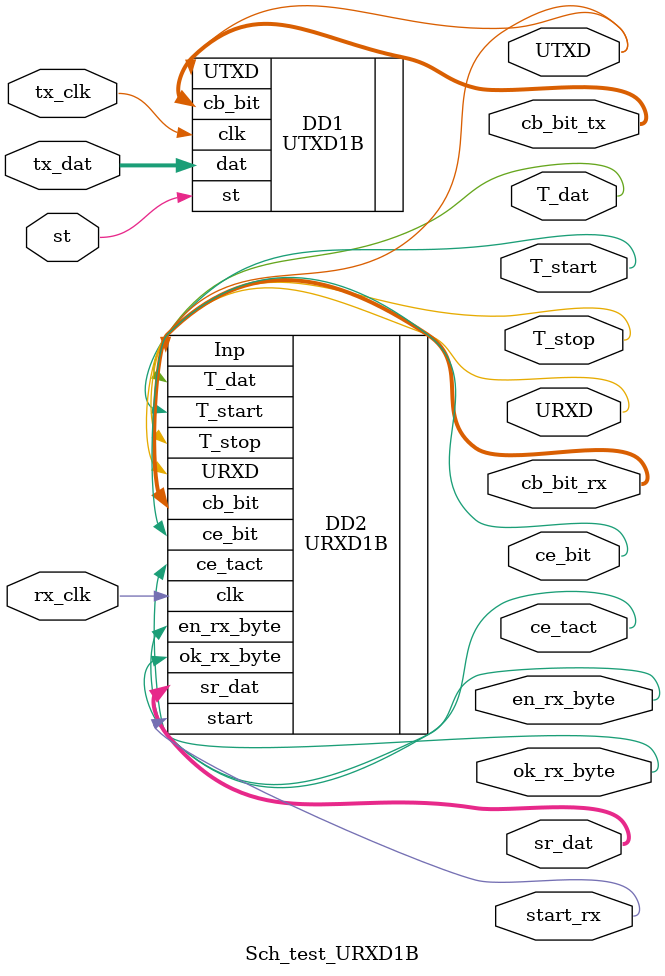
<source format=v>
`timescale 1ns / 1ps
module Sch_test_URXD1B( input tx_clk,		output wire UTXD,
								input st,			output wire[3:0]cb_bit_tx,
								input[7:0]tx_dat, output wire en_rx_byte,
								input rx_clk,		output wire [7:0]sr_dat,
														output wire [3:0]cb_bit_rx,
														output wire ok_rx_byte,
														output wire start_rx,
														output wire T_start,
														output wire T_dat,
														output wire T_stop,
														output wire ce_tact,
														output wire ce_bit,
														output wire URXD);
														
	UTXD1B DD1 (.clk(tx_clk),	.UTXD(UTXD),
					.dat(tx_dat),	.cb_bit(cb_bit_tx),
					.st(st)) ; 

	URXD1B DD2 (.Inp(UTXD),		.en_rx_byte(en_rx_byte),
					.clk(rx_clk),	.sr_dat(sr_dat),
										.cb_bit(cb_bit_rx),
										.ok_rx_byte(ok_rx_byte),
										.start(start_rx),
										.T_start(T_start),
										.T_dat(T_dat),
										.T_stop(T_stop),
										.ce_tact(ce_tact),
										.ce_bit(ce_bit),
										.URXD(URXD));
endmodule


</source>
